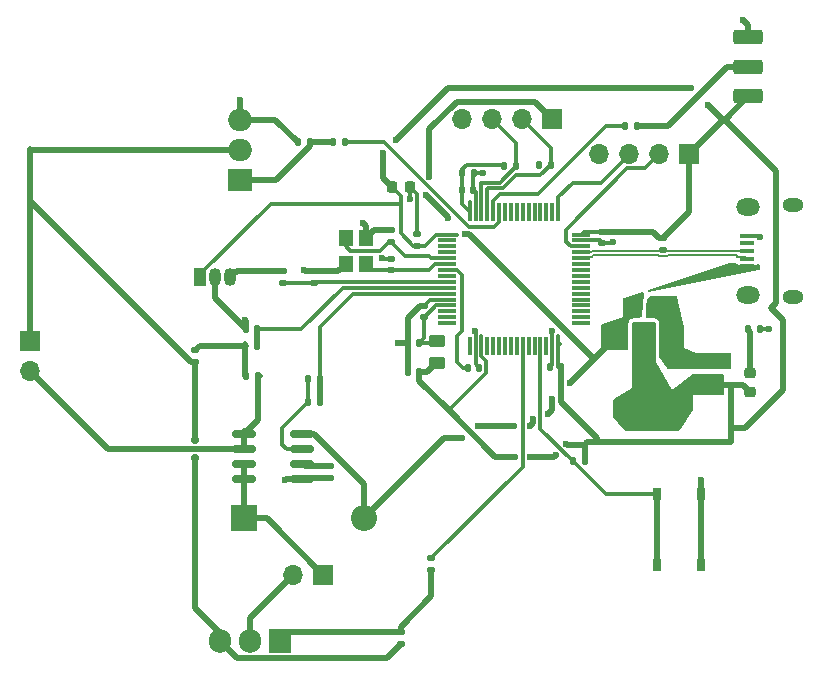
<source format=gbr>
%TF.GenerationSoftware,KiCad,Pcbnew,8.0.8*%
%TF.CreationDate,2025-03-25T11:50:14+11:00*%
%TF.ProjectId,STM32BMS,53544d33-3242-44d5-932e-6b696361645f,rev?*%
%TF.SameCoordinates,Original*%
%TF.FileFunction,Copper,L1,Top*%
%TF.FilePolarity,Positive*%
%FSLAX46Y46*%
G04 Gerber Fmt 4.6, Leading zero omitted, Abs format (unit mm)*
G04 Created by KiCad (PCBNEW 8.0.8) date 2025-03-25 11:50:14*
%MOMM*%
%LPD*%
G01*
G04 APERTURE LIST*
G04 Aperture macros list*
%AMRoundRect*
0 Rectangle with rounded corners*
0 $1 Rounding radius*
0 $2 $3 $4 $5 $6 $7 $8 $9 X,Y pos of 4 corners*
0 Add a 4 corners polygon primitive as box body*
4,1,4,$2,$3,$4,$5,$6,$7,$8,$9,$2,$3,0*
0 Add four circle primitives for the rounded corners*
1,1,$1+$1,$2,$3*
1,1,$1+$1,$4,$5*
1,1,$1+$1,$6,$7*
1,1,$1+$1,$8,$9*
0 Add four rect primitives between the rounded corners*
20,1,$1+$1,$2,$3,$4,$5,0*
20,1,$1+$1,$4,$5,$6,$7,0*
20,1,$1+$1,$6,$7,$8,$9,0*
20,1,$1+$1,$8,$9,$2,$3,0*%
G04 Aperture macros list end*
%TA.AperFunction,ComponentPad*%
%ADD10R,1.700000X1.700000*%
%TD*%
%TA.AperFunction,ComponentPad*%
%ADD11O,1.700000X1.700000*%
%TD*%
%TA.AperFunction,ComponentPad*%
%ADD12R,2.200000X2.200000*%
%TD*%
%TA.AperFunction,ComponentPad*%
%ADD13O,2.200000X2.200000*%
%TD*%
%TA.AperFunction,SMDPad,CuDef*%
%ADD14RoundRect,0.135000X-0.135000X-0.185000X0.135000X-0.185000X0.135000X0.185000X-0.135000X0.185000X0*%
%TD*%
%TA.AperFunction,SMDPad,CuDef*%
%ADD15RoundRect,0.140000X0.140000X0.170000X-0.140000X0.170000X-0.140000X-0.170000X0.140000X-0.170000X0*%
%TD*%
%TA.AperFunction,ComponentPad*%
%ADD16R,1.050000X1.500000*%
%TD*%
%TA.AperFunction,ComponentPad*%
%ADD17O,1.050000X1.500000*%
%TD*%
%TA.AperFunction,SMDPad,CuDef*%
%ADD18RoundRect,0.135000X0.185000X-0.135000X0.185000X0.135000X-0.185000X0.135000X-0.185000X-0.135000X0*%
%TD*%
%TA.AperFunction,SMDPad,CuDef*%
%ADD19RoundRect,0.135000X-0.185000X0.135000X-0.185000X-0.135000X0.185000X-0.135000X0.185000X0.135000X0*%
%TD*%
%TA.AperFunction,SMDPad,CuDef*%
%ADD20RoundRect,0.250000X0.475000X-0.250000X0.475000X0.250000X-0.475000X0.250000X-0.475000X-0.250000X0*%
%TD*%
%TA.AperFunction,SMDPad,CuDef*%
%ADD21RoundRect,0.075000X-0.700000X-0.075000X0.700000X-0.075000X0.700000X0.075000X-0.700000X0.075000X0*%
%TD*%
%TA.AperFunction,SMDPad,CuDef*%
%ADD22RoundRect,0.075000X-0.075000X-0.700000X0.075000X-0.700000X0.075000X0.700000X-0.075000X0.700000X0*%
%TD*%
%TA.AperFunction,SMDPad,CuDef*%
%ADD23RoundRect,0.140000X-0.170000X0.140000X-0.170000X-0.140000X0.170000X-0.140000X0.170000X0.140000X0*%
%TD*%
%TA.AperFunction,SMDPad,CuDef*%
%ADD24R,1.300000X0.450000*%
%TD*%
%TA.AperFunction,HeatsinkPad*%
%ADD25O,1.800000X1.150000*%
%TD*%
%TA.AperFunction,HeatsinkPad*%
%ADD26O,2.000000X1.450000*%
%TD*%
%TA.AperFunction,SMDPad,CuDef*%
%ADD27RoundRect,0.250000X-0.250000X-0.475000X0.250000X-0.475000X0.250000X0.475000X-0.250000X0.475000X0*%
%TD*%
%TA.AperFunction,ComponentPad*%
%ADD28R,1.905000X2.000000*%
%TD*%
%TA.AperFunction,ComponentPad*%
%ADD29O,1.905000X2.000000*%
%TD*%
%TA.AperFunction,ComponentPad*%
%ADD30R,2.000000X1.905000*%
%TD*%
%TA.AperFunction,ComponentPad*%
%ADD31O,2.000000X1.905000*%
%TD*%
%TA.AperFunction,SMDPad,CuDef*%
%ADD32RoundRect,0.140000X0.170000X-0.140000X0.170000X0.140000X-0.170000X0.140000X-0.170000X-0.140000X0*%
%TD*%
%TA.AperFunction,SMDPad,CuDef*%
%ADD33RoundRect,0.150000X-0.825000X-0.150000X0.825000X-0.150000X0.825000X0.150000X-0.825000X0.150000X0*%
%TD*%
%TA.AperFunction,SMDPad,CuDef*%
%ADD34RoundRect,0.250000X-0.450000X0.262500X-0.450000X-0.262500X0.450000X-0.262500X0.450000X0.262500X0*%
%TD*%
%TA.AperFunction,SMDPad,CuDef*%
%ADD35RoundRect,0.140000X-0.140000X-0.170000X0.140000X-0.170000X0.140000X0.170000X-0.140000X0.170000X0*%
%TD*%
%TA.AperFunction,SMDPad,CuDef*%
%ADD36RoundRect,0.135000X0.135000X0.185000X-0.135000X0.185000X-0.135000X-0.185000X0.135000X-0.185000X0*%
%TD*%
%TA.AperFunction,SMDPad,CuDef*%
%ADD37RoundRect,0.218750X-0.256250X0.218750X-0.256250X-0.218750X0.256250X-0.218750X0.256250X0.218750X0*%
%TD*%
%TA.AperFunction,SMDPad,CuDef*%
%ADD38RoundRect,0.250000X1.000000X-0.375000X1.000000X0.375000X-1.000000X0.375000X-1.000000X-0.375000X0*%
%TD*%
%TA.AperFunction,SMDPad,CuDef*%
%ADD39R,1.200000X1.400000*%
%TD*%
%TA.AperFunction,SMDPad,CuDef*%
%ADD40RoundRect,0.225000X-0.225000X-0.250000X0.225000X-0.250000X0.225000X0.250000X-0.225000X0.250000X0*%
%TD*%
%TA.AperFunction,SMDPad,CuDef*%
%ADD41RoundRect,0.375000X-0.375000X0.625000X-0.375000X-0.625000X0.375000X-0.625000X0.375000X0.625000X0*%
%TD*%
%TA.AperFunction,SMDPad,CuDef*%
%ADD42RoundRect,0.500000X-1.400000X0.500000X-1.400000X-0.500000X1.400000X-0.500000X1.400000X0.500000X0*%
%TD*%
%TA.AperFunction,SMDPad,CuDef*%
%ADD43R,0.750000X1.000000*%
%TD*%
%TA.AperFunction,ViaPad*%
%ADD44C,0.600000*%
%TD*%
%TA.AperFunction,ViaPad*%
%ADD45C,0.700000*%
%TD*%
%TA.AperFunction,Conductor*%
%ADD46C,0.500000*%
%TD*%
%TA.AperFunction,Conductor*%
%ADD47C,0.300000*%
%TD*%
%TA.AperFunction,Conductor*%
%ADD48C,0.200000*%
%TD*%
G04 APERTURE END LIST*
D10*
%TO.P,BT1,1,1*%
%TO.N,Net-(Q1-D)*%
X94800000Y-111200000D03*
D11*
%TO.P,BT1,2,2*%
%TO.N,Net-(BT1-Pad2)*%
X94800000Y-113740000D03*
%TD*%
D12*
%TO.P,D2,1,K*%
%TO.N,Net-(D2-K)*%
X112920000Y-126200000D03*
D13*
%TO.P,D2,2,A*%
%TO.N,VBUS*%
X123080000Y-126200000D03*
%TD*%
D14*
%TO.P,R10,1*%
%TO.N,Net-(R10-Pad1)*%
X113060000Y-111600000D03*
%TO.P,R10,2*%
%TO.N,/ADC2_IN*%
X114080000Y-111600000D03*
%TD*%
%TO.P,R15,1*%
%TO.N,Net-(U3-VIOUT)*%
X118380000Y-114410000D03*
%TO.P,R15,2*%
%TO.N,/ADC1_IN*%
X119400000Y-114410000D03*
%TD*%
D15*
%TO.P,C9,1*%
%TO.N,+3.3V*%
X127800000Y-113800000D03*
%TO.P,C9,2*%
%TO.N,GND*%
X126840000Y-113800000D03*
%TD*%
D16*
%TO.P,U4,1,VCC*%
%TO.N,+3.3V*%
X109260000Y-105800000D03*
D17*
%TO.P,U4,2,GND*%
%TO.N,GND*%
X110530000Y-105800000D03*
%TO.P,U4,3,OUT*%
%TO.N,Net-(U4-OUT)*%
X111800000Y-105800000D03*
%TD*%
D18*
%TO.P,R9,1*%
%TO.N,Net-(Q1-D)*%
X108800000Y-113020000D03*
%TO.P,R9,2*%
%TO.N,Net-(R10-Pad1)*%
X108800000Y-112000000D03*
%TD*%
D19*
%TO.P,R6,1*%
%TO.N,Net-(Q3-G)*%
X126200000Y-135890000D03*
%TO.P,R6,2*%
%TO.N,Net-(Q1-D)*%
X126200000Y-136910000D03*
%TD*%
D20*
%TO.P,C14,1*%
%TO.N,+3.3V*%
X152300000Y-114907500D03*
%TO.P,C14,2*%
%TO.N,GND*%
X152300000Y-113007500D03*
%TD*%
D21*
%TO.P,U1,1,VBAT*%
%TO.N,+3.3V*%
X130125000Y-102207500D03*
%TO.P,U1,2,PC13*%
%TO.N,unconnected-(U1-PC13-Pad2)*%
X130125000Y-102707500D03*
%TO.P,U1,3,PC14*%
%TO.N,unconnected-(U1-PC14-Pad3)*%
X130125000Y-103207500D03*
%TO.P,U1,4,PC15*%
%TO.N,unconnected-(U1-PC15-Pad4)*%
X130125000Y-103707500D03*
%TO.P,U1,5,PH0*%
%TO.N,/HSE_IN*%
X130125000Y-104207500D03*
%TO.P,U1,6,PH1*%
%TO.N,/HSE_OUT*%
X130125000Y-104707500D03*
%TO.P,U1,7,NRST*%
%TO.N,/NRST*%
X130125000Y-105207500D03*
%TO.P,U1,8,PC0*%
%TO.N,unconnected-(U1-PC0-Pad8)*%
X130125000Y-105707500D03*
%TO.P,U1,9,PC1*%
%TO.N,/ADC3_IN*%
X130125000Y-106207500D03*
%TO.P,U1,10,PC2*%
%TO.N,/ADC2_IN*%
X130125000Y-106707500D03*
%TO.P,U1,11,PC3*%
%TO.N,/ADC1_IN*%
X130125000Y-107207500D03*
%TO.P,U1,12,VSSA*%
%TO.N,GND*%
X130125000Y-107707500D03*
%TO.P,U1,13,VDDA*%
%TO.N,+3.3VA*%
X130125000Y-108207500D03*
%TO.P,U1,14,PA0*%
%TO.N,unconnected-(U1-PA0-Pad14)*%
X130125000Y-108707500D03*
%TO.P,U1,15,PA1*%
%TO.N,unconnected-(U1-PA1-Pad15)*%
X130125000Y-109207500D03*
%TO.P,U1,16,PA2*%
%TO.N,unconnected-(U1-PA2-Pad16)*%
X130125000Y-109707500D03*
D22*
%TO.P,U1,17,PA3*%
%TO.N,unconnected-(U1-PA3-Pad17)*%
X132050000Y-111632500D03*
%TO.P,U1,18,VSS*%
%TO.N,GND*%
X132550000Y-111632500D03*
%TO.P,U1,19,VDD*%
%TO.N,+3.3V*%
X133050000Y-111632500D03*
%TO.P,U1,20,PA4*%
%TO.N,unconnected-(U1-PA4-Pad20)*%
X133550000Y-111632500D03*
%TO.P,U1,21,PA5*%
%TO.N,unconnected-(U1-PA5-Pad21)*%
X134050000Y-111632500D03*
%TO.P,U1,22,PA6*%
%TO.N,unconnected-(U1-PA6-Pad22)*%
X134550000Y-111632500D03*
%TO.P,U1,23,PA7*%
%TO.N,unconnected-(U1-PA7-Pad23)*%
X135050000Y-111632500D03*
%TO.P,U1,24,PC4*%
%TO.N,unconnected-(U1-PC4-Pad24)*%
X135550000Y-111632500D03*
%TO.P,U1,25,PC5*%
%TO.N,unconnected-(U1-PC5-Pad25)*%
X136050000Y-111632500D03*
%TO.P,U1,26,PB0*%
%TO.N,/IO_DISCHARGE*%
X136550000Y-111632500D03*
%TO.P,U1,27,PB1*%
%TO.N,unconnected-(U1-PB1-Pad27)*%
X137050000Y-111632500D03*
%TO.P,U1,28,PB2*%
%TO.N,unconnected-(U1-PB2-Pad28)*%
X137550000Y-111632500D03*
%TO.P,U1,29,PB10*%
%TO.N,Net-(U1-PB10)*%
X138050000Y-111632500D03*
%TO.P,U1,30,VCAP_1*%
%TO.N,unconnected-(U1-VCAP_1-Pad30)*%
X138550000Y-111632500D03*
%TO.P,U1,31,VSS*%
%TO.N,GND*%
X139050000Y-111632500D03*
%TO.P,U1,32,VDD*%
%TO.N,+3.3V*%
X139550000Y-111632500D03*
D21*
%TO.P,U1,33,PB12*%
%TO.N,unconnected-(U1-PB12-Pad33)*%
X141475000Y-109707500D03*
%TO.P,U1,34,PB13*%
%TO.N,unconnected-(U1-PB13-Pad34)*%
X141475000Y-109207500D03*
%TO.P,U1,35,PB14*%
%TO.N,unconnected-(U1-PB14-Pad35)*%
X141475000Y-108707500D03*
%TO.P,U1,36,PB15*%
%TO.N,unconnected-(U1-PB15-Pad36)*%
X141475000Y-108207500D03*
%TO.P,U1,37,PC6*%
%TO.N,unconnected-(U1-PC6-Pad37)*%
X141475000Y-107707500D03*
%TO.P,U1,38,PC7*%
%TO.N,unconnected-(U1-PC7-Pad38)*%
X141475000Y-107207500D03*
%TO.P,U1,39,PC8*%
%TO.N,unconnected-(U1-PC8-Pad39)*%
X141475000Y-106707500D03*
%TO.P,U1,40,PC9*%
%TO.N,unconnected-(U1-PC9-Pad40)*%
X141475000Y-106207500D03*
%TO.P,U1,41,PA8*%
%TO.N,unconnected-(U1-PA8-Pad41)*%
X141475000Y-105707500D03*
%TO.P,U1,42,PA9*%
%TO.N,unconnected-(U1-PA9-Pad42)*%
X141475000Y-105207500D03*
%TO.P,U1,43,PA10*%
%TO.N,unconnected-(U1-PA10-Pad43)*%
X141475000Y-104707500D03*
%TO.P,U1,44,PA11*%
%TO.N,/USB_D-*%
X141475000Y-104207500D03*
%TO.P,U1,45,PA12*%
%TO.N,/USB_D+*%
X141475000Y-103707500D03*
%TO.P,U1,46,PA13*%
%TO.N,/SWDIO*%
X141475000Y-103207500D03*
%TO.P,U1,47,VSS*%
%TO.N,GND*%
X141475000Y-102707500D03*
%TO.P,U1,48,VDD*%
%TO.N,+3.3V*%
X141475000Y-102207500D03*
D22*
%TO.P,U1,49,PA14*%
%TO.N,/SWCLK*%
X139550000Y-100282500D03*
%TO.P,U1,50,PA15*%
%TO.N,unconnected-(U1-PA15-Pad50)*%
X139050000Y-100282500D03*
%TO.P,U1,51,PC10*%
%TO.N,unconnected-(U1-PC10-Pad51)*%
X138550000Y-100282500D03*
%TO.P,U1,52,PC11*%
%TO.N,unconnected-(U1-PC11-Pad52)*%
X138050000Y-100282500D03*
%TO.P,U1,53,PC12*%
%TO.N,unconnected-(U1-PC12-Pad53)*%
X137550000Y-100282500D03*
%TO.P,U1,54,PD2*%
%TO.N,unconnected-(U1-PD2-Pad54)*%
X137050000Y-100282500D03*
%TO.P,U1,55,PB3*%
%TO.N,unconnected-(U1-PB3-Pad55)*%
X136550000Y-100282500D03*
%TO.P,U1,56,PB4*%
%TO.N,unconnected-(U1-PB4-Pad56)*%
X136050000Y-100282500D03*
%TO.P,U1,57,PB5*%
%TO.N,unconnected-(U1-PB5-Pad57)*%
X135550000Y-100282500D03*
%TO.P,U1,58,PB6*%
%TO.N,unconnected-(U1-PB6-Pad58)*%
X135050000Y-100282500D03*
%TO.P,U1,59,PB7*%
%TO.N,/IO_CHARGE*%
X134550000Y-100282500D03*
%TO.P,U1,60,BOOT0*%
%TO.N,/BOOT0*%
X134050000Y-100282500D03*
%TO.P,U1,61,PB8*%
%TO.N,/I2C_SCL*%
X133550000Y-100282500D03*
%TO.P,U1,62,PB9*%
%TO.N,/I2C_SDA*%
X133050000Y-100282500D03*
%TO.P,U1,63,VSS*%
%TO.N,GND*%
X132550000Y-100282500D03*
%TO.P,U1,64,VDD*%
%TO.N,+3.3V*%
X132050000Y-100282500D03*
%TD*%
D14*
%TO.P,R11,1*%
%TO.N,Net-(U1-PB10)*%
X140780000Y-121400000D03*
%TO.P,R11,2*%
%TO.N,+3.3V*%
X141800000Y-121400000D03*
%TD*%
D23*
%TO.P,C17,1*%
%TO.N,GND*%
X118850000Y-105312500D03*
%TO.P,C17,2*%
%TO.N,/ADC3_IN*%
X118850000Y-106272500D03*
%TD*%
D24*
%TO.P,J1,1,VBUS*%
%TO.N,VBUS*%
X155545000Y-104905000D03*
%TO.P,J1,2,D-*%
%TO.N,/USB_D-*%
X155545000Y-104255000D03*
%TO.P,J1,3,D+*%
%TO.N,/USB_D+*%
X155545000Y-103605000D03*
%TO.P,J1,4,ID*%
%TO.N,unconnected-(J1-ID-Pad4)*%
X155545000Y-102955000D03*
%TO.P,J1,5,GND*%
%TO.N,GND*%
X155545000Y-102305000D03*
D25*
%TO.P,J1,6,Shield*%
%TO.N,unconnected-(J1-Shield-Pad6)_1*%
X159395000Y-107480000D03*
D26*
%TO.N,unconnected-(J1-Shield-Pad6)_3*%
X155595000Y-107330000D03*
%TO.N,unconnected-(J1-Shield-Pad6)_2*%
X155595000Y-99880000D03*
D25*
%TO.N,unconnected-(J1-Shield-Pad6)*%
X159395000Y-99730000D03*
%TD*%
D19*
%TO.P,R14,1*%
%TO.N,Net-(U4-OUT)*%
X116250000Y-105282500D03*
%TO.P,R14,2*%
%TO.N,/ADC3_IN*%
X116250000Y-106302500D03*
%TD*%
D27*
%TO.P,C13,1*%
%TO.N,VBUS*%
X145850000Y-108400000D03*
%TO.P,C13,2*%
%TO.N,GND*%
X147750000Y-108400000D03*
%TD*%
D14*
%TO.P,R12,1*%
%TO.N,Net-(Q1-G)*%
X120490000Y-94400000D03*
%TO.P,R12,2*%
%TO.N,/IO_CHARGE*%
X121510000Y-94400000D03*
%TD*%
D28*
%TO.P,Q3,1,G*%
%TO.N,Net-(Q3-G)*%
X116000000Y-136600000D03*
D29*
%TO.P,Q3,2,D*%
%TO.N,Net-(J4-Pin_2)*%
X113460000Y-136600000D03*
%TO.P,Q3,3,S*%
%TO.N,Net-(Q1-D)*%
X110920000Y-136600000D03*
%TD*%
D30*
%TO.P,Q1,1,G*%
%TO.N,Net-(Q1-G)*%
X112600000Y-97600000D03*
D31*
%TO.P,Q1,2,D*%
%TO.N,Net-(Q1-D)*%
X112600000Y-95060000D03*
%TO.P,Q1,3,S*%
%TO.N,GND*%
X112600000Y-92520000D03*
%TD*%
D32*
%TO.P,C7,1*%
%TO.N,+3.3VA*%
X128200000Y-109200000D03*
%TO.P,C7,2*%
%TO.N,GND*%
X128200000Y-108240000D03*
%TD*%
%TO.P,C11,1*%
%TO.N,/HSE_IN*%
X125400000Y-102800000D03*
%TO.P,C11,2*%
%TO.N,GND*%
X125400000Y-101840000D03*
%TD*%
D33*
%TO.P,U3,1,IP+*%
%TO.N,Net-(BT1-Pad2)*%
X112925000Y-119095000D03*
%TO.P,U3,2,IP+*%
X112925000Y-120365000D03*
%TO.P,U3,3,IP-*%
%TO.N,Net-(D2-K)*%
X112925000Y-121635000D03*
%TO.P,U3,4,IP-*%
X112925000Y-122905000D03*
%TO.P,U3,5,GND*%
%TO.N,GND*%
X117875000Y-122905000D03*
%TO.P,U3,6,FILTER*%
%TO.N,Net-(U3-FILTER)*%
X117875000Y-121635000D03*
%TO.P,U3,7,VIOUT*%
%TO.N,Net-(U3-VIOUT)*%
X117875000Y-120365000D03*
%TO.P,U3,8,VCC*%
%TO.N,VBUS*%
X117875000Y-119095000D03*
%TD*%
D32*
%TO.P,C4,1*%
%TO.N,+3.3V*%
X127600000Y-103160000D03*
%TO.P,C4,2*%
%TO.N,GND*%
X127600000Y-102200000D03*
%TD*%
D15*
%TO.P,C15,1*%
%TO.N,/ADC2_IN*%
X114080000Y-110200000D03*
%TO.P,C15,2*%
%TO.N,GND*%
X113120000Y-110200000D03*
%TD*%
D18*
%TO.P,R5,1*%
%TO.N,Net-(Q3-G)*%
X128800000Y-130620000D03*
%TO.P,R5,2*%
%TO.N,/IO_DISCHARGE*%
X128800000Y-129600000D03*
%TD*%
D34*
%TO.P,FB1,1*%
%TO.N,+3.3VA*%
X129300000Y-111257500D03*
%TO.P,FB1,2*%
%TO.N,+3.3V*%
X129300000Y-113082500D03*
%TD*%
D32*
%TO.P,C16,1*%
%TO.N,GND*%
X120200000Y-122800000D03*
%TO.P,C16,2*%
%TO.N,Net-(U3-FILTER)*%
X120200000Y-121840000D03*
%TD*%
D35*
%TO.P,C10,1*%
%TO.N,/NRST*%
X131880000Y-113477500D03*
%TO.P,C10,2*%
%TO.N,GND*%
X132840000Y-113477500D03*
%TD*%
D36*
%TO.P,R7,1*%
%TO.N,Net-(Q1-G)*%
X118510000Y-94400000D03*
%TO.P,R7,2*%
%TO.N,GND*%
X117490000Y-94400000D03*
%TD*%
D37*
%TO.P,D1,1,K*%
%TO.N,Net-(D1-K)*%
X155800000Y-113957500D03*
%TO.P,D1,2,A*%
%TO.N,+3.3V*%
X155800000Y-115532500D03*
%TD*%
D14*
%TO.P,R4,1*%
%TO.N,+3.3V*%
X134980000Y-96400000D03*
%TO.P,R4,2*%
%TO.N,/I2C_SDA*%
X136000000Y-96400000D03*
%TD*%
D38*
%TO.P,SW1,1,A*%
%TO.N,+3.3V*%
X155650000Y-90500000D03*
%TO.P,SW1,2,B*%
%TO.N,Net-(SW1-B)*%
X155650000Y-88000000D03*
%TO.P,SW1,3,C*%
%TO.N,GND*%
X155650000Y-85500000D03*
%TD*%
D10*
%TO.P,J4,1,Pin_1*%
%TO.N,Net-(D2-K)*%
X119675000Y-131000000D03*
D11*
%TO.P,J4,2,Pin_2*%
%TO.N,Net-(J4-Pin_2)*%
X117135000Y-131000000D03*
%TD*%
D10*
%TO.P,J2,1,Pin_1*%
%TO.N,+3.3V*%
X150620000Y-95400000D03*
D11*
%TO.P,J2,2,Pin_2*%
%TO.N,/SWDIO*%
X148080000Y-95400000D03*
%TO.P,J2,3,Pin_3*%
%TO.N,/SWCLK*%
X145540000Y-95400000D03*
%TO.P,J2,4,Pin_4*%
%TO.N,GND*%
X143000000Y-95400000D03*
%TD*%
D14*
%TO.P,R3,1*%
%TO.N,+3.3V*%
X137890000Y-96310000D03*
%TO.P,R3,2*%
%TO.N,/I2C_SCL*%
X138910000Y-96310000D03*
%TD*%
D39*
%TO.P,Y1,1,1*%
%TO.N,/HSE_IN*%
X121550000Y-102507500D03*
%TO.P,Y1,2,2*%
%TO.N,GND*%
X121550000Y-104707500D03*
%TO.P,Y1,3,3*%
%TO.N,/HSE_OUT*%
X123250000Y-104707500D03*
%TO.P,Y1,4,4*%
%TO.N,GND*%
X123250000Y-102507500D03*
%TD*%
D10*
%TO.P,J3,1,Pin_1*%
%TO.N,VBUS*%
X139000000Y-92400000D03*
D11*
%TO.P,J3,2,Pin_2*%
%TO.N,/I2C_SCL*%
X136460000Y-92400000D03*
%TO.P,J3,3,Pin_3*%
%TO.N,/I2C_SDA*%
X133920000Y-92400000D03*
%TO.P,J3,4,Pin_4*%
%TO.N,GND*%
X131380000Y-92400000D03*
%TD*%
D35*
%TO.P,C1,1*%
%TO.N,+3.3V*%
X131420000Y-98457500D03*
%TO.P,C1,2*%
%TO.N,GND*%
X132380000Y-98457500D03*
%TD*%
D15*
%TO.P,C8,1*%
%TO.N,+3.3VA*%
X127800000Y-111382500D03*
%TO.P,C8,2*%
%TO.N,GND*%
X126840000Y-111382500D03*
%TD*%
D14*
%TO.P,R16,1*%
%TO.N,Net-(U3-VIOUT)*%
X118380000Y-116400000D03*
%TO.P,R16,2*%
%TO.N,/ADC1_IN*%
X119400000Y-116400000D03*
%TD*%
D35*
%TO.P,C5,1*%
%TO.N,+3.3V*%
X131440000Y-96957500D03*
%TO.P,C5,2*%
%TO.N,GND*%
X132400000Y-96957500D03*
%TD*%
D19*
%TO.P,R13,1*%
%TO.N,+3.3V*%
X148400000Y-102490000D03*
%TO.P,R13,2*%
%TO.N,/USB_D+*%
X148400000Y-103510000D03*
%TD*%
D36*
%TO.P,R1,1*%
%TO.N,Net-(SW1-B)*%
X146220000Y-93000000D03*
%TO.P,R1,2*%
%TO.N,/BOOT0*%
X145200000Y-93000000D03*
%TD*%
D40*
%TO.P,C6,1*%
%TO.N,+3.3V*%
X125450000Y-98157500D03*
%TO.P,C6,2*%
%TO.N,GND*%
X127000000Y-98157500D03*
%TD*%
D41*
%TO.P,U2,1,GND*%
%TO.N,GND*%
X149100000Y-110807500D03*
%TO.P,U2,2,VO*%
%TO.N,+3.3V*%
X146800000Y-110807500D03*
D42*
X146800000Y-117107500D03*
D41*
%TO.P,U2,3,VI*%
%TO.N,VBUS*%
X144500000Y-110807500D03*
%TD*%
D14*
%TO.P,R2,1*%
%TO.N,Net-(D1-K)*%
X155580000Y-110200000D03*
%TO.P,R2,2*%
%TO.N,GND*%
X156600000Y-110200000D03*
%TD*%
%TO.P,R8,1*%
%TO.N,Net-(R10-Pad1)*%
X113090000Y-114200000D03*
%TO.P,R8,2*%
%TO.N,Net-(BT1-Pad2)*%
X114110000Y-114200000D03*
%TD*%
D43*
%TO.P,SW2,1,1*%
%TO.N,Net-(U1-PB10)*%
X147925000Y-130200000D03*
X147925000Y-124200000D03*
%TO.P,SW2,2,2*%
%TO.N,GND*%
X151675000Y-130200000D03*
X151675000Y-124200000D03*
%TD*%
D23*
%TO.P,C2,1*%
%TO.N,+3.3V*%
X143300000Y-101957500D03*
%TO.P,C2,2*%
%TO.N,GND*%
X143300000Y-102917500D03*
%TD*%
D32*
%TO.P,C12,1*%
%TO.N,/HSE_OUT*%
X125400000Y-105200000D03*
%TO.P,C12,2*%
%TO.N,GND*%
X125400000Y-104240000D03*
%TD*%
D15*
%TO.P,C3,1*%
%TO.N,+3.3V*%
X139800000Y-113457500D03*
%TO.P,C3,2*%
%TO.N,GND*%
X138840000Y-113457500D03*
%TD*%
D44*
%TO.N,GND*%
X116400000Y-123000000D03*
X149000000Y-108000000D03*
X126000000Y-111400000D03*
X127000000Y-99200000D03*
X118000000Y-105200000D03*
X132539339Y-110352229D03*
X157400000Y-110200000D03*
X156600000Y-102400000D03*
X148600000Y-112600000D03*
X155200000Y-84000000D03*
X153800000Y-112800000D03*
X139000000Y-110400000D03*
X144200000Y-102800000D03*
X112600000Y-90800000D03*
X124600000Y-104200000D03*
X133200000Y-97000000D03*
X123000000Y-101200000D03*
X149400000Y-113000000D03*
X151600000Y-123000000D03*
X149000000Y-108800000D03*
X113000000Y-109400000D03*
%TO.N,+3.3V*%
X124735070Y-95264930D03*
X137200000Y-121000000D03*
X152200000Y-91200000D03*
X135900000Y-121000000D03*
X140249620Y-119950380D03*
X150800000Y-89800000D03*
X139330380Y-120869620D03*
X125800000Y-94200000D03*
%TO.N,VBUS*%
X131650994Y-102154974D03*
X128654310Y-97345690D03*
X140550000Y-114800000D03*
X131400000Y-119400000D03*
X138700000Y-117400000D03*
X137400000Y-117800000D03*
X137200000Y-118400000D03*
X128335070Y-98864930D03*
X132800000Y-118400000D03*
X135800000Y-118400000D03*
X139050000Y-116162829D03*
X130200000Y-100800000D03*
D45*
%TO.N,Net-(Q1-D)*%
X108800000Y-121165000D03*
X108800000Y-119565000D03*
%TD*%
D46*
%TO.N,Net-(BT1-Pad2)*%
X112925000Y-120365000D02*
X101425000Y-120365000D01*
X101425000Y-120365000D02*
X94800000Y-113740000D01*
%TO.N,Net-(Q1-D)*%
X94800000Y-99339999D02*
X94800000Y-111200000D01*
%TO.N,GND*%
X155650000Y-84450000D02*
X155200000Y-84000000D01*
X123250000Y-101450000D02*
X123000000Y-101200000D01*
X123917500Y-101840000D02*
X125400000Y-101840000D01*
X118850000Y-105312500D02*
X118112500Y-105312500D01*
D47*
X132550000Y-113187500D02*
X132840000Y-113477500D01*
X139050000Y-111632500D02*
X139050000Y-110450000D01*
X132550000Y-111632500D02*
X132550000Y-110362890D01*
D46*
X115610000Y-92520000D02*
X117490000Y-94400000D01*
X110530000Y-107610000D02*
X113120000Y-110200000D01*
X112600000Y-92520000D02*
X115610000Y-92520000D01*
X110530000Y-105800000D02*
X110530000Y-107610000D01*
X151675000Y-124200000D02*
X151675000Y-123075000D01*
X120200000Y-122800000D02*
X117980000Y-122800000D01*
D47*
X130125000Y-107707500D02*
X128732500Y-107707500D01*
X133157500Y-96957500D02*
X133200000Y-97000000D01*
X124640000Y-104240000D02*
X124600000Y-104200000D01*
D46*
X151675000Y-130200000D02*
X151675000Y-124200000D01*
X118112500Y-105312500D02*
X118000000Y-105200000D01*
D47*
X127000000Y-98157500D02*
X127000000Y-99200000D01*
X139050000Y-110450000D02*
X139000000Y-110400000D01*
X156600000Y-110200000D02*
X157400000Y-110200000D01*
X132550000Y-110362890D02*
X132539339Y-110352229D01*
X155545000Y-102305000D02*
X156505000Y-102305000D01*
D46*
X127890001Y-108240000D02*
X128200000Y-108240000D01*
X155650000Y-85500000D02*
X155650000Y-84450000D01*
X117980000Y-122800000D02*
X117875000Y-122905000D01*
D47*
X143300000Y-102917500D02*
X144082500Y-102917500D01*
D46*
X126840000Y-111382500D02*
X126840000Y-109290001D01*
X126840000Y-109290001D02*
X127890001Y-108240000D01*
D47*
X132380000Y-96977500D02*
X132400000Y-96957500D01*
X127600000Y-98757500D02*
X127000000Y-98157500D01*
X132380000Y-98457500D02*
X132380000Y-96977500D01*
D46*
X123250000Y-102507500D02*
X123917500Y-101840000D01*
X113120000Y-110200000D02*
X113120000Y-109520000D01*
D47*
X132400000Y-96957500D02*
X133157500Y-96957500D01*
X132550000Y-111632500D02*
X132550000Y-113187500D01*
X132400000Y-98437500D02*
X132380000Y-98457500D01*
X141475000Y-102707500D02*
X143090000Y-102707500D01*
D46*
X126840000Y-113800000D02*
X126840000Y-111382500D01*
D47*
X128732500Y-107707500D02*
X128200000Y-108240000D01*
D46*
X112600000Y-92520000D02*
X112600000Y-90800000D01*
D47*
X127572500Y-102227500D02*
X127600000Y-102200000D01*
X144082500Y-102917500D02*
X144200000Y-102800000D01*
D46*
X126840000Y-111382500D02*
X126017500Y-111382500D01*
D47*
X125427500Y-104212500D02*
X125400000Y-104240000D01*
D46*
X126017500Y-111382500D02*
X126000000Y-111400000D01*
D47*
X132550000Y-100282500D02*
X132550000Y-98627500D01*
X127600000Y-102200000D02*
X127600000Y-98757500D01*
X132550000Y-98627500D02*
X132380000Y-98457500D01*
X139050000Y-111632500D02*
X139050000Y-113247500D01*
X156505000Y-102305000D02*
X156600000Y-102400000D01*
D46*
X120945000Y-105312500D02*
X121550000Y-104707500D01*
D47*
X139050000Y-113247500D02*
X138840000Y-113457500D01*
D46*
X117875000Y-122905000D02*
X116495000Y-122905000D01*
X116495000Y-122905000D02*
X116400000Y-123000000D01*
X118850000Y-105312500D02*
X120945000Y-105312500D01*
X113120000Y-109520000D02*
X113000000Y-109400000D01*
X151675000Y-123075000D02*
X151600000Y-123000000D01*
D47*
X125400000Y-104240000D02*
X124640000Y-104240000D01*
X143090000Y-102707500D02*
X143300000Y-102917500D01*
D46*
X123250000Y-102507500D02*
X123250000Y-101450000D01*
%TO.N,+3.3V*%
X154200000Y-118600000D02*
X154200000Y-119800000D01*
X150620000Y-100270000D02*
X148400000Y-102490000D01*
X153420000Y-92600000D02*
X150620000Y-95400000D01*
X139330380Y-120869620D02*
X139200000Y-121000000D01*
D47*
X139550000Y-113207500D02*
X139800000Y-113457500D01*
X143300000Y-101957500D02*
X141725000Y-101957500D01*
D46*
X141800000Y-120000000D02*
X141800000Y-121400000D01*
D47*
X139550000Y-110754380D02*
X139550000Y-111632500D01*
D46*
X152300000Y-114907500D02*
X154200000Y-114907500D01*
X147557500Y-101957500D02*
X143300000Y-101957500D01*
X154200000Y-118600000D02*
X155400000Y-118600000D01*
D47*
X127600000Y-103160000D02*
X127290001Y-103160000D01*
X127290001Y-103160000D02*
X126200000Y-102069999D01*
X129246880Y-102207500D02*
X128294380Y-103160000D01*
D46*
X155175000Y-114907500D02*
X155800000Y-115532500D01*
D47*
X133470000Y-112930620D02*
X133470000Y-113930000D01*
D46*
X150800000Y-89800000D02*
X130200000Y-89800000D01*
D47*
X133470000Y-113930000D02*
X130500000Y-116900000D01*
X131440000Y-96957500D02*
X131440000Y-96647501D01*
X126200000Y-102069999D02*
X126200000Y-99600000D01*
D46*
X128457500Y-113800000D02*
X129300000Y-112957500D01*
D47*
X131440000Y-96647501D02*
X131790001Y-96297500D01*
D46*
X154200000Y-119800000D02*
X142800000Y-119800000D01*
D47*
X131440000Y-98437500D02*
X131420000Y-98457500D01*
D46*
X153600000Y-92600000D02*
X153600000Y-92550000D01*
X139800000Y-116400000D02*
X139800000Y-113457500D01*
X139200000Y-121000000D02*
X137150000Y-121000000D01*
D47*
X115235000Y-99600000D02*
X109260000Y-105575000D01*
D46*
X141800000Y-120000000D02*
X140299240Y-120000000D01*
X154200000Y-114907500D02*
X155175000Y-114907500D01*
D47*
X130125000Y-102207500D02*
X129246880Y-102207500D01*
X133050000Y-112510620D02*
X133470000Y-112930620D01*
X127600000Y-103160000D02*
X128294380Y-103160000D01*
D46*
X158000000Y-108000000D02*
X158000000Y-96800000D01*
D47*
X130500000Y-116900000D02*
X130100000Y-116900000D01*
D46*
X153800000Y-92600000D02*
X153600000Y-92600000D01*
D47*
X132050000Y-100282500D02*
X131420000Y-99652500D01*
D46*
X148400000Y-102490000D02*
X148090000Y-102490000D01*
X155400000Y-118600000D02*
X158600000Y-115400000D01*
D47*
X132050000Y-100282500D02*
X132050000Y-99450000D01*
X139550000Y-113407500D02*
X139600000Y-113457500D01*
D46*
X158600000Y-109400000D02*
X157600000Y-108400000D01*
X157600000Y-108400000D02*
X158000000Y-108000000D01*
X150620000Y-95400000D02*
X150620000Y-100270000D01*
D47*
X133050000Y-111632500D02*
X133050000Y-112510620D01*
D46*
X142800000Y-119800000D02*
X142000000Y-119800000D01*
X148090000Y-102490000D02*
X147557500Y-101957500D01*
D47*
X126200000Y-99600000D02*
X115235000Y-99600000D01*
X131420000Y-98457500D02*
X131420000Y-96977500D01*
D46*
X154200000Y-114907500D02*
X154200000Y-118600000D01*
X140299240Y-120000000D02*
X140249620Y-119950380D01*
D47*
X134877500Y-96297500D02*
X134980000Y-96400000D01*
X126200000Y-99600000D02*
X126200000Y-98907500D01*
D46*
X130100000Y-116900000D02*
X127800000Y-114600000D01*
X127800000Y-113800000D02*
X128457500Y-113800000D01*
D47*
X131420000Y-99652500D02*
X131420000Y-98457500D01*
X139550000Y-111632500D02*
X139550000Y-113207500D01*
X139550000Y-111632500D02*
X139699999Y-111482501D01*
D46*
X142800000Y-119400000D02*
X139800000Y-116400000D01*
X124735070Y-95264930D02*
X124735070Y-97442570D01*
D47*
X131790001Y-96297500D02*
X134877500Y-96297500D01*
D46*
X127800000Y-114600000D02*
X127800000Y-113800000D01*
X153600000Y-92550000D02*
X155650000Y-90500000D01*
X135900000Y-121000000D02*
X134200000Y-121000000D01*
X158600000Y-115400000D02*
X158600000Y-109400000D01*
X124735070Y-97442570D02*
X125450000Y-98157500D01*
X153600000Y-92600000D02*
X152200000Y-91200000D01*
D47*
X126200000Y-98907500D02*
X125450000Y-98157500D01*
X141725000Y-101957500D02*
X141475000Y-102207500D01*
D46*
X142800000Y-119800000D02*
X142800000Y-119400000D01*
D47*
X109260000Y-105575000D02*
X109260000Y-105800000D01*
D46*
X134200000Y-121000000D02*
X130100000Y-116900000D01*
X153600000Y-92600000D02*
X153420000Y-92600000D01*
X158000000Y-96800000D02*
X153800000Y-92600000D01*
D47*
X131420000Y-96977500D02*
X131440000Y-96957500D01*
X130125000Y-102207500D02*
X131003120Y-102207500D01*
D46*
X137150000Y-121000000D02*
X137200000Y-121000000D01*
X130200000Y-89800000D02*
X125800000Y-94200000D01*
X142000000Y-119800000D02*
X141800000Y-120000000D01*
D47*
X133050000Y-110754380D02*
X133050000Y-111632500D01*
%TO.N,+3.3VA*%
X128246846Y-109200000D02*
X129239346Y-108207500D01*
X128200000Y-109200000D02*
X128246846Y-109200000D01*
X129239346Y-108207500D02*
X130125000Y-108207500D01*
X128200000Y-110982500D02*
X127800000Y-111382500D01*
X127800000Y-111382500D02*
X129300000Y-111382500D01*
X128200000Y-109200000D02*
X128200000Y-110982500D01*
%TO.N,/NRST*%
X131000000Y-110800000D02*
X131000000Y-113000000D01*
X131400000Y-110400000D02*
X131000000Y-110800000D01*
X130125000Y-105207500D02*
X131003120Y-105207500D01*
X131400000Y-105604380D02*
X131400000Y-110400000D01*
X131003120Y-105207500D02*
X131400000Y-105604380D01*
X131477500Y-113477500D02*
X131880000Y-113477500D01*
X131000000Y-113000000D02*
X131477500Y-113477500D01*
%TO.N,/HSE_IN*%
X126600000Y-104000000D02*
X125400000Y-102800000D01*
X125200000Y-102800000D02*
X124442500Y-103557500D01*
X128600000Y-104000000D02*
X126600000Y-104000000D01*
X121550000Y-103150000D02*
X121550000Y-102507500D01*
X121957500Y-103557500D02*
X121550000Y-103150000D01*
X130125000Y-104207500D02*
X128807500Y-104207500D01*
X128807500Y-104207500D02*
X128600000Y-104000000D01*
X124442500Y-103557500D02*
X121957500Y-103557500D01*
X125400000Y-102800000D02*
X125200000Y-102800000D01*
%TO.N,/HSE_OUT*%
X123742500Y-105200000D02*
X123250000Y-104707500D01*
X130125000Y-104707500D02*
X129092500Y-104707500D01*
X129092500Y-104707500D02*
X128600000Y-105200000D01*
X125400000Y-105200000D02*
X123742500Y-105200000D01*
X128600000Y-105200000D02*
X125400000Y-105200000D01*
D46*
%TO.N,VBUS*%
X137400000Y-117800000D02*
X137400000Y-118200000D01*
X139050000Y-116162829D02*
X139050000Y-117050000D01*
X129880000Y-119400000D02*
X123080000Y-126200000D01*
X131696020Y-102200000D02*
X131650994Y-102154974D01*
X131400000Y-119400000D02*
X129880000Y-119400000D01*
X135800000Y-118400000D02*
X132800000Y-118400000D01*
X118849999Y-119095000D02*
X117875000Y-119095000D01*
X128654310Y-97345690D02*
X128654310Y-93287212D01*
X142553750Y-112753750D02*
X140550000Y-114757500D01*
X139050000Y-117050000D02*
X138700000Y-117400000D01*
X142553750Y-112753750D02*
X132000000Y-102200000D01*
X123080000Y-123325001D02*
X118849999Y-119095000D01*
X137400000Y-118200000D02*
X137200000Y-118400000D01*
X130200000Y-100800000D02*
X130200000Y-100729860D01*
X123080000Y-126200000D02*
X123080000Y-123325001D01*
X130200000Y-100729860D02*
X128335070Y-98864930D01*
X132000000Y-102200000D02*
X131696020Y-102200000D01*
X140550000Y-114757500D02*
X140550000Y-114800000D01*
X144500000Y-110807500D02*
X142553750Y-112753750D01*
X130941522Y-91000000D02*
X137600000Y-91000000D01*
X137600000Y-91000000D02*
X139000000Y-92400000D01*
X128654310Y-93287212D02*
X130941522Y-91000000D01*
%TO.N,Net-(R10-Pad1)*%
X113060000Y-114170000D02*
X113090000Y-114200000D01*
X113060000Y-111600000D02*
X109200000Y-111600000D01*
X113060000Y-111600000D02*
X113060000Y-114170000D01*
X113090000Y-111630000D02*
X113060000Y-111600000D01*
X113060000Y-111468944D02*
X113060000Y-111600000D01*
X109200000Y-111600000D02*
X108800000Y-112000000D01*
%TO.N,Net-(U3-FILTER)*%
X120200000Y-121840000D02*
X118080000Y-121840000D01*
X118080000Y-121840000D02*
X117875000Y-121635000D01*
%TO.N,Net-(D1-K)*%
X155800000Y-110420000D02*
X155580000Y-110200000D01*
X155800000Y-113957500D02*
X155800000Y-110420000D01*
%TO.N,Net-(D2-K)*%
X112920000Y-126200000D02*
X112920000Y-122910000D01*
X112925000Y-122905000D02*
X112925000Y-121635000D01*
X114875000Y-126200000D02*
X112920000Y-126200000D01*
X119675000Y-131000000D02*
X114875000Y-126200000D01*
X112920000Y-122910000D02*
X112925000Y-122905000D01*
%TO.N,Net-(U4-OUT)*%
X112317500Y-105282500D02*
X116250000Y-105282500D01*
X111800000Y-105800000D02*
X112317500Y-105282500D01*
D48*
%TO.N,/USB_D-*%
X141585000Y-104097500D02*
X142373214Y-104097500D01*
X147980928Y-103945000D02*
X148055928Y-104020000D01*
X142373214Y-104097500D02*
X142525714Y-103945000D01*
X141475000Y-104207500D02*
X141525000Y-104157500D01*
X154655000Y-104070000D02*
X155360000Y-104070000D01*
X148744072Y-104020000D02*
X148819072Y-103945000D01*
X141475000Y-104207500D02*
X141585000Y-104097500D01*
X142525714Y-103945000D02*
X147980928Y-103945000D01*
X148819072Y-103945000D02*
X154655000Y-103945000D01*
X154655000Y-103945000D02*
X154655000Y-104070000D01*
X155360000Y-104070000D02*
X155545000Y-104255000D01*
X148055928Y-104020000D02*
X148744072Y-104020000D01*
%TO.N,/USB_D+*%
X142384910Y-103605000D02*
X155545000Y-103605000D01*
X141475000Y-103707500D02*
X141494167Y-103707500D01*
X141494167Y-103707500D02*
X141544167Y-103657500D01*
X141544167Y-103657500D02*
X142332410Y-103657500D01*
X142332410Y-103657500D02*
X142384910Y-103605000D01*
D47*
%TO.N,/SWCLK*%
X140800000Y-97800000D02*
X139550000Y-99050000D01*
X145540000Y-95460000D02*
X143200000Y-97800000D01*
X145540000Y-95400000D02*
X145540000Y-95460000D01*
X143200000Y-97800000D02*
X140800000Y-97800000D01*
X139550000Y-99050000D02*
X139550000Y-100282500D01*
%TO.N,/SWDIO*%
X140200000Y-101800000D02*
X145400000Y-96600000D01*
X146880000Y-96600000D02*
X148080000Y-95400000D01*
X145400000Y-96600000D02*
X146880000Y-96600000D01*
X140596880Y-103207500D02*
X140200000Y-102810620D01*
X140200000Y-102810620D02*
X140200000Y-101800000D01*
X141475000Y-103207500D02*
X140596880Y-103207500D01*
D46*
%TO.N,Net-(J4-Pin_2)*%
X113460000Y-136600000D02*
X113460000Y-134675000D01*
X113460000Y-134675000D02*
X117135000Y-131000000D01*
%TO.N,Net-(Q1-G)*%
X115629999Y-97600000D02*
X118510000Y-94719999D01*
X112600000Y-97600000D02*
X115629999Y-97600000D01*
X118510000Y-94719999D02*
X118510000Y-94400000D01*
X118510000Y-94400000D02*
X120490000Y-94400000D01*
%TO.N,Net-(Q3-G)*%
X116710000Y-135890000D02*
X126200000Y-135890000D01*
X126200000Y-135890000D02*
X126200000Y-135400000D01*
X116000000Y-136600000D02*
X116710000Y-135890000D01*
X126200000Y-135400000D02*
X128800000Y-132800000D01*
X128800000Y-132800000D02*
X128800000Y-130620000D01*
%TO.N,Net-(SW1-B)*%
X153850000Y-88000000D02*
X155650000Y-88000000D01*
X146220000Y-93000000D02*
X148850000Y-93000000D01*
X148850000Y-93000000D02*
X153850000Y-88000000D01*
D47*
%TO.N,/BOOT0*%
X134050000Y-99404380D02*
X134654380Y-98800000D01*
X143600000Y-93000000D02*
X145200000Y-93000000D01*
X134050000Y-100282500D02*
X134050000Y-99404380D01*
X137800000Y-98800000D02*
X143600000Y-93000000D01*
X134654380Y-98800000D02*
X137800000Y-98800000D01*
%TO.N,/I2C_SCL*%
X138910000Y-94850000D02*
X136460000Y-92400000D01*
X138910000Y-96310000D02*
X138910000Y-94850000D01*
X133600000Y-98300000D02*
X134900000Y-98300000D01*
X136000000Y-97200000D02*
X138020000Y-97200000D01*
X134900000Y-98300000D02*
X136000000Y-97200000D01*
X138020000Y-97200000D02*
X138910000Y-96310000D01*
X133550000Y-98350000D02*
X133600000Y-98300000D01*
X133550000Y-100282500D02*
X133550000Y-98350000D01*
%TO.N,/I2C_SDA*%
X134600000Y-97800000D02*
X136000000Y-96400000D01*
X133050000Y-97850000D02*
X133000000Y-97800000D01*
X133000000Y-97800000D02*
X134600000Y-97800000D01*
X133050000Y-100282500D02*
X133050000Y-97850000D01*
X136000000Y-94480000D02*
X133920000Y-92400000D01*
X136000000Y-96400000D02*
X136000000Y-94480000D01*
%TO.N,/ADC1_IN*%
X130125000Y-107207500D02*
X122192500Y-107207500D01*
X119400000Y-110000000D02*
X119400000Y-114410000D01*
X122192500Y-107207500D02*
X119400000Y-110000000D01*
D46*
X119400000Y-116400000D02*
X119400000Y-114410000D01*
D47*
%TO.N,Net-(U1-PB10)*%
X140780000Y-121400000D02*
X143580000Y-124200000D01*
X138050000Y-118670000D02*
X140780000Y-121400000D01*
X143580000Y-124200000D02*
X147925000Y-124200000D01*
D46*
X147925000Y-130200000D02*
X147925000Y-124200000D01*
D47*
X138050000Y-111632500D02*
X138050000Y-118670000D01*
%TO.N,/ADC3_IN*%
X116280000Y-106272500D02*
X116250000Y-106302500D01*
X118922500Y-106200000D02*
X118850000Y-106272500D01*
X130125000Y-106207500D02*
X118915000Y-106207500D01*
X118850000Y-106272500D02*
X116280000Y-106272500D01*
X118915000Y-106207500D02*
X118850000Y-106272500D01*
%TO.N,/ADC2_IN*%
X121292500Y-106707500D02*
X117800000Y-110200000D01*
D46*
X114080000Y-111600000D02*
X114080000Y-110200000D01*
D47*
X117800000Y-110200000D02*
X114080000Y-110200000D01*
X130125000Y-106707500D02*
X121292500Y-106707500D01*
%TO.N,/IO_DISCHARGE*%
X128800000Y-129600000D02*
X136550000Y-121850000D01*
X136550000Y-121850000D02*
X136550000Y-111632500D01*
%TO.N,/IO_CHARGE*%
X134110620Y-101600000D02*
X134550000Y-101160620D01*
X121510000Y-94400000D02*
X124789380Y-94400000D01*
X131989380Y-101600000D02*
X134110620Y-101600000D01*
X124789380Y-94400000D02*
X131989380Y-101600000D01*
X134550000Y-101160620D02*
X134550000Y-100282500D01*
D46*
%TO.N,Net-(BT1-Pad2)*%
X112925000Y-119095000D02*
X112925000Y-118875000D01*
X112925000Y-120365000D02*
X112925000Y-119095000D01*
X114110000Y-114200000D02*
X114110000Y-117910000D01*
X114290000Y-114200000D02*
X114110000Y-114200000D01*
X114110000Y-117910000D02*
X112925000Y-119095000D01*
%TO.N,Net-(Q1-D)*%
X125060000Y-138050000D02*
X126200000Y-136910000D01*
X108800000Y-133800000D02*
X110920000Y-135920000D01*
X112600000Y-95060000D02*
X94860000Y-95060000D01*
X108800000Y-113020000D02*
X108800000Y-119565000D01*
X94860000Y-95060000D02*
X94800000Y-95000000D01*
X108480001Y-113020000D02*
X94800000Y-99339999D01*
X94800000Y-99339999D02*
X94800000Y-95000000D01*
X108800000Y-113020000D02*
X108480001Y-113020000D01*
X110920000Y-135920000D02*
X110920000Y-136600000D01*
X108800000Y-121165000D02*
X108800000Y-133800000D01*
X110920000Y-136600000D02*
X112370000Y-138050000D01*
X112370000Y-138050000D02*
X125060000Y-138050000D01*
D47*
%TO.N,Net-(U3-VIOUT)*%
X118380000Y-116400000D02*
X118380000Y-114410000D01*
X116200000Y-120000000D02*
X116200000Y-118580000D01*
X116200000Y-120000000D02*
X116565000Y-120365000D01*
X116565000Y-120365000D02*
X117875000Y-120365000D01*
X116200000Y-118580000D02*
X118380000Y-116400000D01*
%TD*%
%TA.AperFunction,Conductor*%
%TO.N,+3.3V*%
G36*
X147743039Y-109619685D02*
G01*
X147788794Y-109672489D01*
X147800000Y-109724000D01*
X147800000Y-113000000D01*
X149200000Y-115400000D01*
X150966417Y-114026119D01*
X151031420Y-114000500D01*
X151042546Y-114000000D01*
X153476000Y-114000000D01*
X153543039Y-114019685D01*
X153588794Y-114072489D01*
X153600000Y-114124000D01*
X153600000Y-115676000D01*
X153580315Y-115743039D01*
X153527511Y-115788794D01*
X153476000Y-115800000D01*
X151000000Y-115800000D01*
X151000000Y-116962456D01*
X150980315Y-117029495D01*
X150979174Y-117031239D01*
X149836811Y-118744783D01*
X149783246Y-118789644D01*
X149733637Y-118800000D01*
X145258078Y-118800000D01*
X145191039Y-118780315D01*
X145162819Y-118755383D01*
X144228741Y-117634489D01*
X144200945Y-117570386D01*
X144200000Y-117555106D01*
X144200000Y-116268726D01*
X144219685Y-116201687D01*
X144258277Y-116163576D01*
X145800000Y-115200000D01*
X145800000Y-109724000D01*
X145819685Y-109656961D01*
X145872489Y-109611206D01*
X145924000Y-109600000D01*
X147676000Y-109600000D01*
X147743039Y-109619685D01*
G37*
%TD.AperFunction*%
%TD*%
%TA.AperFunction,Conductor*%
%TO.N,VBUS*%
G36*
X146768969Y-107086753D02*
G01*
X146800272Y-107149218D01*
X146801637Y-107183628D01*
X146607485Y-109125146D01*
X146581227Y-109189895D01*
X146530152Y-109227939D01*
X146385922Y-109285631D01*
X146339870Y-109294500D01*
X145924000Y-109294500D01*
X145923991Y-109294500D01*
X145923990Y-109294501D01*
X145859064Y-109301481D01*
X145859052Y-109301483D01*
X145807546Y-109312688D01*
X145769345Y-109323644D01*
X145769341Y-109323646D01*
X145672431Y-109380323D01*
X145672428Y-109380325D01*
X145619623Y-109426081D01*
X145619612Y-109426091D01*
X145577451Y-109470807D01*
X145577445Y-109470816D01*
X145526560Y-109570890D01*
X145506877Y-109637921D01*
X145494500Y-109724002D01*
X145494500Y-111876000D01*
X145474815Y-111943039D01*
X145422011Y-111988794D01*
X145370500Y-112000000D01*
X143324000Y-112000000D01*
X143256961Y-111980315D01*
X143211206Y-111927511D01*
X143200000Y-111876000D01*
X143200000Y-109889374D01*
X143219685Y-109822335D01*
X143272489Y-109776580D01*
X143284782Y-109771739D01*
X145000000Y-109200000D01*
X145000000Y-107689374D01*
X145019685Y-107622335D01*
X145072489Y-107576580D01*
X145084782Y-107571739D01*
X146639041Y-107053652D01*
X146708864Y-107051128D01*
X146768969Y-107086753D01*
G37*
%TD.AperFunction*%
%TA.AperFunction,Conductor*%
G36*
X154608327Y-104619685D02*
G01*
X154634353Y-104644955D01*
X154634669Y-104644640D01*
X154642794Y-104652765D01*
X154722235Y-104732206D01*
X154825009Y-104777585D01*
X154850135Y-104780500D01*
X156239864Y-104780499D01*
X156239879Y-104780497D01*
X156239882Y-104780497D01*
X156264987Y-104777586D01*
X156264988Y-104777585D01*
X156264991Y-104777585D01*
X156367765Y-104732206D01*
X156388319Y-104711652D01*
X156449642Y-104678167D01*
X156519334Y-104683151D01*
X156575267Y-104725023D01*
X156599684Y-104790487D01*
X156600000Y-104799333D01*
X156600000Y-105098749D01*
X156580315Y-105165788D01*
X156527511Y-105211543D01*
X156500795Y-105220245D01*
X147267834Y-107104523D01*
X147198212Y-107098641D01*
X147142823Y-107056053D01*
X147119251Y-106990279D01*
X147134981Y-106922203D01*
X147185019Y-106873438D01*
X147203816Y-106865394D01*
X153980911Y-104606363D01*
X154020123Y-104600000D01*
X154541288Y-104600000D01*
X154608327Y-104619685D01*
G37*
%TD.AperFunction*%
%TD*%
%TA.AperFunction,Conductor*%
%TO.N,GND*%
G36*
X149568395Y-107419685D02*
G01*
X149614150Y-107472489D01*
X149622180Y-107496115D01*
X150136306Y-109723990D01*
X150196825Y-109986241D01*
X150200000Y-110014124D01*
X150200000Y-111800000D01*
X151200000Y-112200000D01*
X154076000Y-112200000D01*
X154143039Y-112219685D01*
X154188794Y-112272489D01*
X154200000Y-112324000D01*
X154200000Y-113476000D01*
X154180315Y-113543039D01*
X154127511Y-113588794D01*
X154076000Y-113600000D01*
X148866363Y-113600000D01*
X148799324Y-113580315D01*
X148763189Y-113544783D01*
X148126326Y-112589489D01*
X148105518Y-112522790D01*
X148105500Y-112520706D01*
X148105500Y-109724010D01*
X148105500Y-109724000D01*
X148098518Y-109659059D01*
X148087312Y-109607548D01*
X148076354Y-109569342D01*
X148019675Y-109472429D01*
X147973920Y-109419625D01*
X147973918Y-109419623D01*
X147973908Y-109419612D01*
X147929192Y-109377451D01*
X147929189Y-109377449D01*
X147929187Y-109377447D01*
X147829111Y-109326561D01*
X147829110Y-109326560D01*
X147829109Y-109326560D01*
X147762078Y-109306877D01*
X147762072Y-109306876D01*
X147676000Y-109294500D01*
X147675997Y-109294500D01*
X147260130Y-109294500D01*
X147214078Y-109285631D01*
X147077948Y-109231179D01*
X147023014Y-109188005D01*
X147000142Y-109121984D01*
X147000000Y-109116048D01*
X147000000Y-108276417D01*
X147000615Y-108264079D01*
X147047843Y-107791790D01*
X147074100Y-107727047D01*
X147083521Y-107716478D01*
X147363683Y-107436316D01*
X147425004Y-107402834D01*
X147451362Y-107400000D01*
X149501356Y-107400000D01*
X149568395Y-107419685D01*
G37*
%TD.AperFunction*%
%TD*%
M02*

</source>
